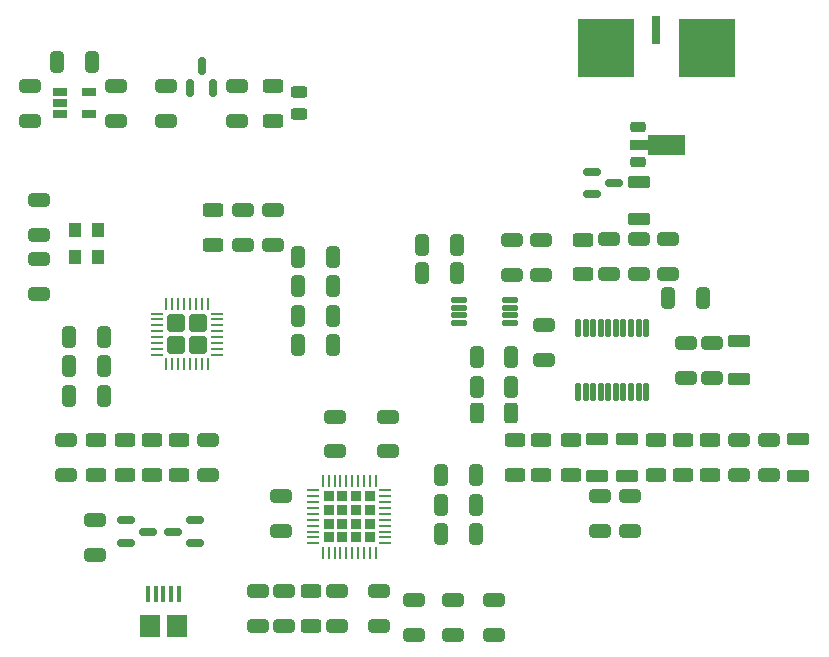
<source format=gbr>
%TF.GenerationSoftware,KiCad,Pcbnew,8.0.4*%
%TF.CreationDate,2024-09-14T20:38:07+07:00*%
%TF.ProjectId,msi_SDR_ADC,6d73695f-5344-4525-9f41-44432e6b6963,R0.1*%
%TF.SameCoordinates,PX72ade90PY75c75e0*%
%TF.FileFunction,Paste,Top*%
%TF.FilePolarity,Positive*%
%FSLAX46Y46*%
G04 Gerber Fmt 4.6, Leading zero omitted, Abs format (unit mm)*
G04 Created by KiCad (PCBNEW 8.0.4) date 2024-09-14 20:38:07*
%MOMM*%
%LPD*%
G01*
G04 APERTURE LIST*
G04 Aperture macros list*
%AMRoundRect*
0 Rectangle with rounded corners*
0 $1 Rounding radius*
0 $2 $3 $4 $5 $6 $7 $8 $9 X,Y pos of 4 corners*
0 Add a 4 corners polygon primitive as box body*
4,1,4,$2,$3,$4,$5,$6,$7,$8,$9,$2,$3,0*
0 Add four circle primitives for the rounded corners*
1,1,$1+$1,$2,$3*
1,1,$1+$1,$4,$5*
1,1,$1+$1,$6,$7*
1,1,$1+$1,$8,$9*
0 Add four rect primitives between the rounded corners*
20,1,$1+$1,$2,$3,$4,$5,0*
20,1,$1+$1,$4,$5,$6,$7,0*
20,1,$1+$1,$6,$7,$8,$9,0*
20,1,$1+$1,$8,$9,$2,$3,0*%
%AMFreePoly0*
4,1,9,3.862500,-0.866500,0.737500,-0.866500,0.737500,-0.450000,-0.737500,-0.450000,-0.737500,0.450000,0.737500,0.450000,0.737500,0.866500,3.862500,0.866500,3.862500,-0.866500,3.862500,-0.866500,$1*%
G04 Aperture macros list end*
%ADD10RoundRect,0.250000X0.650000X-0.325000X0.650000X0.325000X-0.650000X0.325000X-0.650000X-0.325000X0*%
%ADD11RoundRect,0.250000X-0.650000X0.325000X-0.650000X-0.325000X0.650000X-0.325000X0.650000X0.325000X0*%
%ADD12RoundRect,0.250000X-0.325000X-0.650000X0.325000X-0.650000X0.325000X0.650000X-0.325000X0.650000X0*%
%ADD13RoundRect,0.250000X0.325000X0.650000X-0.325000X0.650000X-0.325000X-0.650000X0.325000X-0.650000X0*%
%ADD14RoundRect,0.110000X-0.110000X-0.650000X0.110000X-0.650000X0.110000X0.650000X-0.110000X0.650000X0*%
%ADD15RoundRect,0.250000X-0.625000X0.312500X-0.625000X-0.312500X0.625000X-0.312500X0.625000X0.312500X0*%
%ADD16RoundRect,0.150000X-0.587500X-0.150000X0.587500X-0.150000X0.587500X0.150000X-0.587500X0.150000X0*%
%ADD17RoundRect,0.232500X-0.232500X0.232500X-0.232500X-0.232500X0.232500X-0.232500X0.232500X0.232500X0*%
%ADD18RoundRect,0.062500X-0.062500X0.437500X-0.062500X-0.437500X0.062500X-0.437500X0.062500X0.437500X0*%
%ADD19RoundRect,0.062500X-0.437500X0.062500X-0.437500X-0.062500X0.437500X-0.062500X0.437500X0.062500X0*%
%ADD20RoundRect,0.250000X0.625000X-0.312500X0.625000X0.312500X-0.625000X0.312500X-0.625000X-0.312500X0*%
%ADD21RoundRect,0.250000X0.700000X-0.275000X0.700000X0.275000X-0.700000X0.275000X-0.700000X-0.275000X0*%
%ADD22R,0.400000X1.350000*%
%ADD23R,1.800000X1.900000*%
%ADD24RoundRect,0.150000X0.150000X-0.587500X0.150000X0.587500X-0.150000X0.587500X-0.150000X-0.587500X0*%
%ADD25RoundRect,0.250000X0.312500X0.625000X-0.312500X0.625000X-0.312500X-0.625000X0.312500X-0.625000X0*%
%ADD26RoundRect,0.243750X-0.456250X0.243750X-0.456250X-0.243750X0.456250X-0.243750X0.456250X0.243750X0*%
%ADD27RoundRect,0.250000X-0.700000X0.275000X-0.700000X-0.275000X0.700000X-0.275000X0.700000X0.275000X0*%
%ADD28RoundRect,0.150000X0.587500X0.150000X-0.587500X0.150000X-0.587500X-0.150000X0.587500X-0.150000X0*%
%ADD29RoundRect,0.112500X0.587500X-0.112500X0.587500X0.112500X-0.587500X0.112500X-0.587500X-0.112500X0*%
%ADD30R,1.250000X0.650000*%
%ADD31R,1.100000X1.300000*%
%ADD32R,0.700000X2.350000*%
%ADD33R,4.800000X4.900000*%
%ADD34RoundRect,0.225000X-0.425000X-0.225000X0.425000X-0.225000X0.425000X0.225000X-0.425000X0.225000X0*%
%ADD35FreePoly0,0.000000*%
%ADD36RoundRect,0.250000X0.495000X-0.495000X0.495000X0.495000X-0.495000X0.495000X-0.495000X-0.495000X0*%
%ADD37RoundRect,0.062500X0.062500X-0.437500X0.062500X0.437500X-0.062500X0.437500X-0.062500X-0.437500X0*%
%ADD38RoundRect,0.062500X0.437500X-0.062500X0.437500X0.062500X-0.437500X0.062500X-0.437500X-0.062500X0*%
G04 APERTURE END LIST*
D10*
%TO.C,C13*%
X21000000Y15025000D03*
X21000000Y17975000D03*
%TD*%
D11*
%TO.C,C9*%
X68750000Y13225000D03*
X68750000Y10275000D03*
%TD*%
D12*
%TO.C,C29*%
X40675000Y28500000D03*
X43625000Y28500000D03*
%TD*%
D11*
%TO.C,C45*%
X39500000Y5225000D03*
X39500000Y2275000D03*
%TD*%
D10*
%TO.C,C21*%
X78000000Y15025000D03*
X78000000Y17975000D03*
%TD*%
D12*
%TO.C,C27*%
X40675000Y26000000D03*
X43625000Y26000000D03*
%TD*%
D13*
%TO.C,C26*%
X54112500Y34512500D03*
X51162500Y34512500D03*
%TD*%
%TO.C,C25*%
X54087500Y32162500D03*
X51137500Y32162500D03*
%TD*%
D14*
%TO.C,IC2*%
X70130000Y27465000D03*
X69490000Y27465000D03*
X68850000Y27465000D03*
X68210000Y27465000D03*
X67570000Y27465000D03*
X66930000Y27465000D03*
X66290000Y27465000D03*
X65650000Y27465000D03*
X65010000Y27465000D03*
X64370000Y27465000D03*
X64370000Y22035000D03*
X65010000Y22035000D03*
X65650000Y22035000D03*
X66290000Y22035000D03*
X66930000Y22035000D03*
X67570000Y22035000D03*
X68210000Y22035000D03*
X68850000Y22035000D03*
X69490000Y22035000D03*
X70130000Y22035000D03*
%TD*%
D13*
%TO.C,C3*%
X24225000Y24250000D03*
X21275000Y24250000D03*
%TD*%
D15*
%TO.C,R7*%
X64750000Y34962500D03*
X64750000Y32037500D03*
%TD*%
D11*
%TO.C,C7*%
X18750000Y33325000D03*
X18750000Y30375000D03*
%TD*%
D13*
%TO.C,C40*%
X23225000Y50000000D03*
X20275000Y50000000D03*
%TD*%
D11*
%TO.C,C47*%
X43750000Y19975000D03*
X43750000Y17025000D03*
%TD*%
D10*
%TO.C,C34*%
X53750000Y1525000D03*
X53750000Y4475000D03*
%TD*%
D11*
%TO.C,C15*%
X33000000Y17975000D03*
X33000000Y15025000D03*
%TD*%
D16*
%TO.C,D4*%
X26062500Y11200000D03*
X26062500Y9300000D03*
X27937500Y10250000D03*
%TD*%
D13*
%TO.C,C35*%
X55725000Y12500000D03*
X52775000Y12500000D03*
%TD*%
D17*
%TO.C,U4*%
X46725000Y13225000D03*
X45575000Y13225000D03*
X44425000Y13225000D03*
X43275000Y13225000D03*
X46725000Y12075000D03*
X45575000Y12075000D03*
X44425000Y12075000D03*
X43275000Y12075000D03*
X46725000Y10925000D03*
X45575000Y10925000D03*
X44425000Y10925000D03*
X43275000Y10925000D03*
X46725000Y9775000D03*
X45575000Y9775000D03*
X44425000Y9775000D03*
X43275000Y9775000D03*
D18*
X47250000Y14537500D03*
X46750000Y14537500D03*
X46250000Y14537500D03*
X45750000Y14537500D03*
X45250000Y14537500D03*
X44750000Y14537500D03*
X44250000Y14537500D03*
X43750000Y14537500D03*
X43250000Y14537500D03*
X42750000Y14537500D03*
D19*
X41962500Y13750000D03*
X41962500Y13250000D03*
X41962500Y12750000D03*
X41962500Y12250000D03*
X41962500Y11750000D03*
X41962500Y11250000D03*
X41962500Y10750000D03*
X41962500Y10250000D03*
X41962500Y9750000D03*
X41962500Y9250000D03*
D18*
X42750000Y8462500D03*
X43250000Y8462500D03*
X43750000Y8462500D03*
X44250000Y8462500D03*
X44750000Y8462500D03*
X45250000Y8462500D03*
X45750000Y8462500D03*
X46250000Y8462500D03*
X46750000Y8462500D03*
X47250000Y8462500D03*
D19*
X48037500Y9250000D03*
X48037500Y9750000D03*
X48037500Y10250000D03*
X48037500Y10750000D03*
X48037500Y11250000D03*
X48037500Y11750000D03*
X48037500Y12250000D03*
X48037500Y12750000D03*
X48037500Y13250000D03*
X48037500Y13750000D03*
%TD*%
D20*
%TO.C,R16*%
X41750000Y2287500D03*
X41750000Y5212500D03*
%TD*%
%TO.C,R3*%
X73250000Y15037500D03*
X73250000Y17962500D03*
%TD*%
D21*
%TO.C,FB4*%
X83000000Y14925000D03*
X83000000Y18075000D03*
%TD*%
D16*
%TO.C,D1*%
X65562500Y40700000D03*
X65562500Y38800000D03*
X67437500Y39750000D03*
%TD*%
D10*
%TO.C,C20*%
X36000000Y34525000D03*
X36000000Y37475000D03*
%TD*%
D21*
%TO.C,FB5*%
X78000000Y23200000D03*
X78000000Y26350000D03*
%TD*%
D12*
%TO.C,C8*%
X21275000Y26750000D03*
X24225000Y26750000D03*
%TD*%
D22*
%TO.C,J2*%
X27962000Y4925000D03*
X28612000Y4925000D03*
X29262000Y4925000D03*
X29912000Y4925000D03*
X30562000Y4925000D03*
D23*
X28112000Y2250000D03*
X30412000Y2250000D03*
%TD*%
D24*
%TO.C,U3*%
X31550000Y47812500D03*
X33450000Y47812500D03*
X32500000Y49687500D03*
%TD*%
D25*
%TO.C,R9*%
X58712500Y20250000D03*
X55787500Y20250000D03*
%TD*%
D11*
%TO.C,C48*%
X37250000Y5225000D03*
X37250000Y2275000D03*
%TD*%
D26*
%TO.C,D2*%
X40750000Y47437500D03*
X40750000Y45562500D03*
%TD*%
D27*
%TO.C,FB3*%
X68500000Y18075000D03*
X68500000Y14925000D03*
%TD*%
D11*
%TO.C,C37*%
X35500000Y47975000D03*
X35500000Y45025000D03*
%TD*%
%TO.C,C39*%
X18000000Y47975000D03*
X18000000Y45025000D03*
%TD*%
D13*
%TO.C,C4*%
X24225000Y21750000D03*
X21275000Y21750000D03*
%TD*%
D28*
%TO.C,D3*%
X31937500Y9300000D03*
X31937500Y11200000D03*
X30062500Y10250000D03*
%TD*%
D27*
%TO.C,FB1*%
X66000000Y18075000D03*
X66000000Y14925000D03*
%TD*%
D11*
%TO.C,C23*%
X75750000Y26225000D03*
X75750000Y23275000D03*
%TD*%
%TO.C,C36*%
X29500000Y47975000D03*
X29500000Y45025000D03*
%TD*%
D10*
%TO.C,C31*%
X23500000Y8275000D03*
X23500000Y11225000D03*
%TD*%
D15*
%TO.C,R12*%
X23580000Y18000000D03*
X23580000Y15075000D03*
%TD*%
D13*
%TO.C,C17*%
X58725000Y22500000D03*
X55775000Y22500000D03*
%TD*%
D29*
%TO.C,IC3*%
X54250000Y29850000D03*
X54250000Y29200000D03*
X54250000Y28550000D03*
X54250000Y27900000D03*
X58650000Y27900000D03*
X58650000Y28550000D03*
X58650000Y29200000D03*
X58650000Y29850000D03*
%TD*%
D15*
%TO.C,R15*%
X30580000Y18000000D03*
X30580000Y15075000D03*
%TD*%
D11*
%TO.C,C10*%
X58800000Y34950000D03*
X58800000Y32000000D03*
%TD*%
%TO.C,C5*%
X69500000Y34975000D03*
X69500000Y32025000D03*
%TD*%
D30*
%TO.C,IC1*%
X20500000Y47440000D03*
X20500000Y46500000D03*
X20500000Y45560000D03*
X23000000Y45560000D03*
X23000000Y47440000D03*
%TD*%
D31*
%TO.C,Y1*%
X21800000Y35800000D03*
X21800000Y33500000D03*
X23700000Y33500000D03*
X23700000Y35800000D03*
%TD*%
D11*
%TO.C,C11*%
X61200000Y34950000D03*
X61200000Y32000000D03*
%TD*%
D32*
%TO.C,J1*%
X71000000Y52750000D03*
D33*
X75250000Y51175000D03*
X66750000Y51175000D03*
%TD*%
D10*
%TO.C,C6*%
X67000000Y32025000D03*
X67000000Y34975000D03*
%TD*%
D34*
%TO.C,U1*%
X69412500Y44500000D03*
D35*
X69500000Y43000000D03*
D34*
X69412500Y41500000D03*
%TD*%
D10*
%TO.C,C22*%
X80500000Y15025000D03*
X80500000Y17975000D03*
%TD*%
D11*
%TO.C,C24*%
X73500000Y26225000D03*
X73500000Y23275000D03*
%TD*%
D10*
%TO.C,C46*%
X44000000Y2275000D03*
X44000000Y5225000D03*
%TD*%
D27*
%TO.C,FB2*%
X69500000Y39825000D03*
X69500000Y36675000D03*
%TD*%
D10*
%TO.C,C12*%
X72000000Y32025000D03*
X72000000Y34975000D03*
%TD*%
D12*
%TO.C,C28*%
X40675000Y33500000D03*
X43625000Y33500000D03*
%TD*%
D20*
%TO.C,R5*%
X61250000Y15037500D03*
X61250000Y17962500D03*
%TD*%
D15*
%TO.C,R10*%
X38500000Y47962500D03*
X38500000Y45037500D03*
%TD*%
D11*
%TO.C,C18*%
X61500000Y27725000D03*
X61500000Y24775000D03*
%TD*%
D10*
%TO.C,C16*%
X38500000Y34525000D03*
X38500000Y37475000D03*
%TD*%
D12*
%TO.C,C30*%
X40675000Y31000000D03*
X43625000Y31000000D03*
%TD*%
D13*
%TO.C,C38*%
X55725000Y15000000D03*
X52775000Y15000000D03*
%TD*%
D10*
%TO.C,C49*%
X39250000Y10275000D03*
X39250000Y13225000D03*
%TD*%
D20*
%TO.C,R6*%
X59000000Y15037500D03*
X59000000Y17962500D03*
%TD*%
D15*
%TO.C,R14*%
X28330000Y17962500D03*
X28330000Y15037500D03*
%TD*%
%TO.C,R4*%
X63750000Y17962500D03*
X63750000Y15037500D03*
%TD*%
D10*
%TO.C,C41*%
X25250000Y45025000D03*
X25250000Y47975000D03*
%TD*%
D15*
%TO.C,R8*%
X71000000Y17962500D03*
X71000000Y15037500D03*
%TD*%
D36*
%TO.C,U2*%
X30325000Y26025000D03*
X32175000Y26025000D03*
X30325000Y27875000D03*
X32175000Y27875000D03*
D37*
X29500000Y24400000D03*
X30000000Y24400000D03*
X30500000Y24400000D03*
X31000000Y24400000D03*
X31500000Y24400000D03*
X32000000Y24400000D03*
X32500000Y24400000D03*
X33000000Y24400000D03*
D38*
X33800000Y25200000D03*
X33800000Y25700000D03*
X33800000Y26200000D03*
X33800000Y26700000D03*
X33800000Y27200000D03*
X33800000Y27700000D03*
X33800000Y28200000D03*
X33800000Y28700000D03*
D37*
X33000000Y29500000D03*
X32500000Y29500000D03*
X32000000Y29500000D03*
X31500000Y29500000D03*
X31000000Y29500000D03*
X30500000Y29500000D03*
X30000000Y29500000D03*
X29500000Y29500000D03*
D38*
X28700000Y28700000D03*
X28700000Y28200000D03*
X28700000Y27700000D03*
X28700000Y27200000D03*
X28700000Y26700000D03*
X28700000Y26200000D03*
X28700000Y25700000D03*
X28700000Y25200000D03*
%TD*%
D10*
%TO.C,C42*%
X50500000Y1525000D03*
X50500000Y4475000D03*
%TD*%
D13*
%TO.C,C32*%
X55725000Y10000000D03*
X52775000Y10000000D03*
%TD*%
%TO.C,C19*%
X58725000Y25000000D03*
X55775000Y25000000D03*
%TD*%
D11*
%TO.C,C14*%
X18750000Y38300000D03*
X18750000Y35350000D03*
%TD*%
%TO.C,C43*%
X48250000Y19975000D03*
X48250000Y17025000D03*
%TD*%
D15*
%TO.C,R11*%
X33500000Y37462500D03*
X33500000Y34537500D03*
%TD*%
D11*
%TO.C,C2*%
X66250000Y13225000D03*
X66250000Y10275000D03*
%TD*%
D20*
%TO.C,R2*%
X75500000Y15037500D03*
X75500000Y17962500D03*
%TD*%
D10*
%TO.C,C33*%
X57250000Y1525000D03*
X57250000Y4475000D03*
%TD*%
%TO.C,C44*%
X47500000Y2275000D03*
X47500000Y5225000D03*
%TD*%
D15*
%TO.C,R13*%
X26000000Y17962500D03*
X26000000Y15037500D03*
%TD*%
D13*
%TO.C,C1*%
X74975000Y30000000D03*
X72025000Y30000000D03*
%TD*%
M02*

</source>
